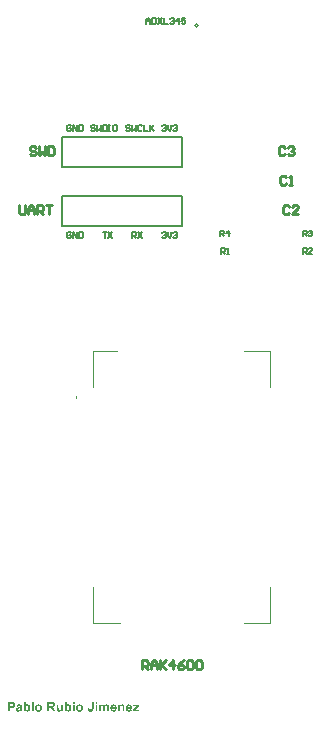
<source format=gbr>
%TF.GenerationSoftware,Altium Limited,Altium Designer,21.1.0 (24)*%
G04 Layer_Color=65535*
%FSLAX45Y45*%
%MOMM*%
%TF.SameCoordinates,49BA872B-5DCF-458F-AF9B-1BC46ABFEFE7*%
%TF.FilePolarity,Positive*%
%TF.FileFunction,Legend,Top*%
%TF.Part,Single*%
G01*
G75*
%TA.AperFunction,NonConductor*%
%ADD24C,0.25400*%
%ADD31C,0.20000*%
%ADD32C,0.10000*%
%ADD33C,0.15000*%
G36*
X1470632Y168812D02*
X1455301D01*
Y183017D01*
X1470632D01*
Y168812D01*
D02*
G37*
G36*
X1278348D02*
X1263018D01*
Y183017D01*
X1278348D01*
Y168812D01*
D02*
G37*
G36*
X1552915Y162230D02*
X1553521Y162143D01*
X1554994Y161970D01*
X1556639Y161710D01*
X1558458Y161190D01*
X1560277Y160584D01*
X1562009Y159718D01*
X1562096D01*
X1562183Y159631D01*
X1562702Y159198D01*
X1563482Y158592D01*
X1564521Y157812D01*
X1565560Y156687D01*
X1566686Y155387D01*
X1567726Y153828D01*
X1568592Y152096D01*
X1568679Y151923D01*
X1568765Y151663D01*
X1568852Y151403D01*
X1568938Y150970D01*
X1569112Y150450D01*
X1569285Y149931D01*
X1569458Y149238D01*
X1569545Y148372D01*
X1569718Y147505D01*
X1569891Y146553D01*
X1569978Y145427D01*
X1570064Y144301D01*
X1570151Y143001D01*
X1570238Y141529D01*
Y140057D01*
Y103072D01*
X1554907D01*
Y136159D01*
Y136246D01*
Y136505D01*
Y136939D01*
Y137545D01*
X1554820Y138238D01*
Y139017D01*
X1554734Y140836D01*
X1554474Y142655D01*
X1554214Y144561D01*
X1554041Y145340D01*
X1553781Y146120D01*
X1553521Y146813D01*
X1553261Y147332D01*
X1553175Y147505D01*
X1552828Y147852D01*
X1552395Y148372D01*
X1551702Y148978D01*
X1550750Y149584D01*
X1549624Y150104D01*
X1548324Y150450D01*
X1546765Y150624D01*
X1546246D01*
X1545639Y150537D01*
X1544773Y150364D01*
X1543907Y150104D01*
X1542868Y149757D01*
X1541828Y149324D01*
X1540702Y148631D01*
X1540616Y148545D01*
X1540269Y148285D01*
X1539750Y147765D01*
X1539143Y147159D01*
X1538450Y146379D01*
X1537757Y145340D01*
X1537151Y144214D01*
X1536631Y142828D01*
X1536545Y142655D01*
Y142395D01*
X1536458Y142135D01*
X1536372Y141702D01*
X1536285Y141183D01*
X1536112Y140663D01*
X1536025Y139970D01*
X1535939Y139190D01*
X1535765Y138238D01*
X1535679Y137285D01*
X1535592Y136246D01*
X1535505Y135033D01*
Y133734D01*
X1535419Y132348D01*
Y130876D01*
Y103072D01*
X1520088D01*
Y134773D01*
Y134860D01*
Y135120D01*
Y135553D01*
Y136159D01*
Y136852D01*
Y137631D01*
X1520002Y139364D01*
X1519915Y141183D01*
X1519742Y143001D01*
X1519655Y143781D01*
X1519482Y144561D01*
X1519395Y145167D01*
X1519222Y145687D01*
Y145773D01*
X1519049Y146120D01*
X1518876Y146553D01*
X1518616Y147072D01*
X1517836Y148285D01*
X1517316Y148891D01*
X1516710Y149411D01*
X1516624Y149498D01*
X1516364Y149584D01*
X1516017Y149757D01*
X1515498Y150017D01*
X1514805Y150277D01*
X1514025Y150450D01*
X1513072Y150537D01*
X1512033Y150624D01*
X1511427D01*
X1510734Y150537D01*
X1509868Y150364D01*
X1508915Y150104D01*
X1507876Y149757D01*
X1506750Y149324D01*
X1505624Y148631D01*
X1505537Y148545D01*
X1505191Y148285D01*
X1504671Y147852D01*
X1504065Y147246D01*
X1503458Y146466D01*
X1502765Y145513D01*
X1502159Y144387D01*
X1501639Y143088D01*
X1501553Y142915D01*
Y142742D01*
X1501466Y142395D01*
X1501380Y142049D01*
X1501293Y141529D01*
X1501120Y140923D01*
X1501033Y140316D01*
X1500946Y139537D01*
X1500773Y138671D01*
X1500687Y137631D01*
X1500600Y136592D01*
X1500513Y135379D01*
Y134080D01*
X1500427Y132694D01*
Y131222D01*
Y103072D01*
X1485096D01*
Y161017D01*
X1499214D01*
Y153049D01*
X1499301Y153135D01*
X1499561Y153482D01*
X1499994Y153915D01*
X1500600Y154521D01*
X1501293Y155214D01*
X1502159Y155994D01*
X1503198Y156860D01*
X1504324Y157726D01*
X1505537Y158592D01*
X1506923Y159372D01*
X1508395Y160151D01*
X1509954Y160844D01*
X1511687Y161450D01*
X1513419Y161883D01*
X1515324Y162230D01*
X1517230Y162316D01*
X1518183D01*
X1518616Y162230D01*
X1519222D01*
X1520521Y162057D01*
X1521994Y161710D01*
X1523639Y161364D01*
X1525285Y160757D01*
X1526844Y159978D01*
X1526931D01*
X1527017Y159891D01*
X1527537Y159545D01*
X1528316Y159025D01*
X1529269Y158246D01*
X1530309Y157293D01*
X1531435Y156080D01*
X1532561Y154694D01*
X1533600Y153049D01*
X1533687Y153135D01*
X1533773Y153222D01*
X1533946Y153482D01*
X1534293Y153828D01*
X1535072Y154608D01*
X1536025Y155647D01*
X1537324Y156773D01*
X1538710Y157986D01*
X1540183Y159025D01*
X1541828Y159978D01*
X1541915D01*
X1542001Y160064D01*
X1542261Y160238D01*
X1542608Y160324D01*
X1543474Y160757D01*
X1544687Y161190D01*
X1546072Y161537D01*
X1547718Y161970D01*
X1549450Y162230D01*
X1551269Y162316D01*
X1552309D01*
X1552915Y162230D01*
D02*
G37*
G36*
X1682489D02*
X1683789Y162057D01*
X1685174Y161883D01*
X1686733Y161537D01*
X1688379Y161017D01*
X1689938Y160411D01*
X1690025D01*
X1690111Y160324D01*
X1690631Y160064D01*
X1691411Y159718D01*
X1692277Y159112D01*
X1693316Y158505D01*
X1694356Y157639D01*
X1695395Y156773D01*
X1696261Y155734D01*
X1696348Y155647D01*
X1696607Y155214D01*
X1696954Y154694D01*
X1697474Y153915D01*
X1697993Y152962D01*
X1698426Y151836D01*
X1698946Y150624D01*
X1699293Y149324D01*
Y149151D01*
X1699466Y148631D01*
X1699552Y147852D01*
X1699726Y146726D01*
X1699899Y145253D01*
X1699985Y143521D01*
X1700159Y141442D01*
Y139017D01*
Y103072D01*
X1684828D01*
Y132608D01*
Y132694D01*
Y133041D01*
Y133474D01*
Y134167D01*
Y134860D01*
X1684741Y135726D01*
Y137631D01*
X1684568Y139710D01*
X1684395Y141702D01*
X1684308Y142655D01*
X1684135Y143435D01*
X1683962Y144127D01*
X1683789Y144734D01*
Y144820D01*
X1683615Y145167D01*
X1683356Y145687D01*
X1683009Y146293D01*
X1682576Y146986D01*
X1682056Y147765D01*
X1681363Y148458D01*
X1680584Y149064D01*
X1680497Y149151D01*
X1680237Y149324D01*
X1679718Y149584D01*
X1679111Y149844D01*
X1678332Y150104D01*
X1677466Y150364D01*
X1676513Y150537D01*
X1675387Y150624D01*
X1674694D01*
X1674001Y150537D01*
X1672962Y150364D01*
X1671922Y150104D01*
X1670710Y149671D01*
X1669411Y149151D01*
X1668198Y148372D01*
X1668025Y148285D01*
X1667678Y147938D01*
X1667159Y147505D01*
X1666466Y146813D01*
X1665773Y146033D01*
X1665080Y144994D01*
X1664474Y143868D01*
X1663954Y142568D01*
X1663867Y142395D01*
Y142222D01*
X1663781Y141876D01*
X1663694Y141442D01*
X1663608Y140923D01*
X1663521Y140316D01*
X1663434Y139624D01*
X1663261Y138757D01*
X1663174Y137805D01*
X1663088Y136679D01*
X1663001Y135466D01*
X1662915Y134167D01*
Y132694D01*
X1662828Y131049D01*
Y129316D01*
Y103072D01*
X1647497D01*
Y161017D01*
X1661702D01*
Y152442D01*
X1661789Y152529D01*
X1662048Y152875D01*
X1662482Y153395D01*
X1663088Y154001D01*
X1663781Y154694D01*
X1664734Y155561D01*
X1665686Y156427D01*
X1666899Y157379D01*
X1668198Y158332D01*
X1669671Y159198D01*
X1671230Y160064D01*
X1672875Y160757D01*
X1674694Y161450D01*
X1676600Y161883D01*
X1678592Y162230D01*
X1680671Y162316D01*
X1681537D01*
X1682489Y162230D01*
D02*
G37*
G36*
X1438238Y132261D02*
Y132175D01*
Y131828D01*
Y131309D01*
Y130616D01*
X1438151Y129836D01*
Y128883D01*
X1438065Y127757D01*
X1437978Y126631D01*
X1437805Y124206D01*
X1437458Y121694D01*
X1437025Y119183D01*
X1436765Y118057D01*
X1436419Y117017D01*
Y116931D01*
X1436332Y116671D01*
X1436159Y116324D01*
X1435986Y115891D01*
X1435726Y115285D01*
X1435380Y114592D01*
X1434514Y112946D01*
X1433301Y111214D01*
X1431828Y109309D01*
X1430096Y107490D01*
X1429057Y106624D01*
X1427931Y105757D01*
X1427844Y105671D01*
X1427671Y105584D01*
X1427325Y105411D01*
X1426805Y105151D01*
X1426199Y104805D01*
X1425419Y104458D01*
X1424553Y104112D01*
X1423600Y103679D01*
X1422474Y103332D01*
X1421262Y102899D01*
X1419876Y102553D01*
X1418490Y102293D01*
X1416931Y101946D01*
X1415285Y101773D01*
X1413466Y101687D01*
X1411647Y101600D01*
X1411128D01*
X1410521Y101687D01*
X1409742D01*
X1408703Y101773D01*
X1407577Y101946D01*
X1406364Y102120D01*
X1404978Y102466D01*
X1403506Y102813D01*
X1402033Y103246D01*
X1400561Y103765D01*
X1399002Y104372D01*
X1397529Y105151D01*
X1396057Y106017D01*
X1394758Y107057D01*
X1393458Y108183D01*
X1393372Y108269D01*
X1393199Y108529D01*
X1392852Y108876D01*
X1392419Y109395D01*
X1391986Y110088D01*
X1391466Y110954D01*
X1390860Y111994D01*
X1390254Y113120D01*
X1389647Y114419D01*
X1389041Y115891D01*
X1388521Y117450D01*
X1388088Y119183D01*
X1387655Y121088D01*
X1387309Y123167D01*
X1387136Y125332D01*
X1387049Y127671D01*
X1402293Y129403D01*
Y129316D01*
Y129143D01*
Y128710D01*
X1402380Y128277D01*
Y127671D01*
X1402466Y127065D01*
X1402640Y125592D01*
X1402899Y123946D01*
X1403246Y122387D01*
X1403679Y120828D01*
X1403939Y120222D01*
X1404285Y119616D01*
Y119529D01*
X1404372Y119442D01*
X1404805Y118923D01*
X1405411Y118317D01*
X1406277Y117537D01*
X1407403Y116757D01*
X1408789Y116065D01*
X1410348Y115545D01*
X1411301Y115458D01*
X1412254Y115372D01*
X1412773D01*
X1413120Y115458D01*
X1414073Y115545D01*
X1415199Y115718D01*
X1416498Y116151D01*
X1417710Y116671D01*
X1418923Y117364D01*
X1419876Y118403D01*
X1419962Y118576D01*
X1420049Y118750D01*
X1420222Y119009D01*
X1420395Y119442D01*
X1420569Y119876D01*
X1420829Y120482D01*
X1421002Y121175D01*
X1421175Y121954D01*
X1421435Y122907D01*
X1421608Y123946D01*
X1421781Y125159D01*
X1421954Y126458D01*
X1422041Y127931D01*
X1422128Y129490D01*
Y131222D01*
Y183017D01*
X1438238D01*
Y132261D01*
D02*
G37*
G36*
X1178916Y103072D02*
X1164711D01*
Y111647D01*
X1164538Y111561D01*
X1164364Y111301D01*
X1164105Y110954D01*
X1163412Y110088D01*
X1162459Y109049D01*
X1161246Y107923D01*
X1159861Y106624D01*
X1158128Y105498D01*
X1156309Y104372D01*
X1156223D01*
X1156050Y104285D01*
X1155790Y104112D01*
X1155443Y103939D01*
X1154924Y103765D01*
X1154404Y103592D01*
X1153018Y103072D01*
X1151459Y102639D01*
X1149553Y102206D01*
X1147561Y101860D01*
X1145483Y101773D01*
X1144530D01*
X1144010Y101860D01*
X1143404Y101946D01*
X1142018Y102120D01*
X1140372Y102380D01*
X1138640Y102813D01*
X1136821Y103419D01*
X1135002Y104285D01*
X1134916D01*
X1134829Y104372D01*
X1134569Y104545D01*
X1134223Y104805D01*
X1133443Y105324D01*
X1132490Y106191D01*
X1131365Y107143D01*
X1130239Y108443D01*
X1129199Y109828D01*
X1128333Y111474D01*
Y111561D01*
X1128246Y111734D01*
X1128160Y111994D01*
X1127987Y112340D01*
X1127900Y112773D01*
X1127727Y113380D01*
X1127553Y114072D01*
X1127380Y114852D01*
X1127120Y115718D01*
X1126947Y116671D01*
X1126774Y117710D01*
X1126687Y118836D01*
X1126514Y120049D01*
X1126428Y121435D01*
X1126341Y124293D01*
Y161017D01*
X1141672D01*
Y134340D01*
Y134167D01*
Y133820D01*
Y133214D01*
Y132435D01*
Y131395D01*
X1141758Y130356D01*
Y129143D01*
Y127931D01*
X1141845Y125332D01*
X1141931Y124033D01*
X1142018Y122907D01*
X1142105Y121781D01*
X1142191Y120828D01*
X1142278Y119962D01*
X1142451Y119356D01*
X1142538Y119269D01*
X1142624Y118923D01*
X1142884Y118403D01*
X1143144Y117797D01*
X1143577Y117104D01*
X1144097Y116411D01*
X1144703Y115718D01*
X1145483Y115025D01*
X1145569Y114939D01*
X1145916Y114765D01*
X1146349Y114505D01*
X1147042Y114246D01*
X1147908Y113986D01*
X1148861Y113726D01*
X1149987Y113553D01*
X1151199Y113466D01*
X1151892D01*
X1152585Y113553D01*
X1153538Y113726D01*
X1154577Y113986D01*
X1155790Y114332D01*
X1157002Y114852D01*
X1158128Y115545D01*
X1158301Y115631D01*
X1158648Y115978D01*
X1159168Y116411D01*
X1159861Y117017D01*
X1160553Y117797D01*
X1161246Y118750D01*
X1161853Y119789D01*
X1162372Y120915D01*
X1162459Y121088D01*
Y121261D01*
X1162546Y121608D01*
X1162632Y122041D01*
X1162719Y122561D01*
X1162892Y123253D01*
X1162979Y124033D01*
X1163065Y124986D01*
X1163238Y126112D01*
X1163325Y127411D01*
X1163412Y128883D01*
X1163498Y130442D01*
Y132261D01*
X1163585Y134253D01*
Y136505D01*
Y161017D01*
X1178916D01*
Y103072D01*
D02*
G37*
G36*
X1821678Y150190D02*
X1799505Y124553D01*
X1791796Y116151D01*
X1792403D01*
X1792836Y116238D01*
X1793875D01*
X1795174Y116324D01*
X1796473Y116411D01*
X1797773D01*
X1798899Y116498D01*
X1823410D01*
Y103072D01*
X1771702D01*
Y115025D01*
X1793355Y139883D01*
X1793442Y139970D01*
X1793615Y140143D01*
X1793875Y140490D01*
X1794221Y140923D01*
X1794655Y141356D01*
X1795174Y141962D01*
X1796387Y143261D01*
X1797686Y144734D01*
X1798985Y146206D01*
X1800198Y147505D01*
X1801324Y148631D01*
X1800804D01*
X1800284Y148545D01*
X1799418D01*
X1798379Y148458D01*
X1797166D01*
X1795781Y148372D01*
X1794221D01*
X1773867Y148285D01*
Y161017D01*
X1821678D01*
Y150190D01*
D02*
G37*
G36*
X1470632Y103072D02*
X1455301D01*
Y161017D01*
X1470632D01*
Y103072D01*
D02*
G37*
G36*
X1278348D02*
X1263018D01*
Y161017D01*
X1278348D01*
Y103072D01*
D02*
G37*
G36*
X1083207Y182931D02*
X1084420D01*
X1085806Y182844D01*
X1087191Y182757D01*
X1090309Y182497D01*
X1093341Y182064D01*
X1094813Y181891D01*
X1096286Y181545D01*
X1097585Y181198D01*
X1098711Y180852D01*
X1098798D01*
X1098971Y180765D01*
X1099231Y180592D01*
X1099664Y180419D01*
X1100183Y180159D01*
X1100703Y179899D01*
X1102089Y179120D01*
X1103561Y177994D01*
X1105034Y176694D01*
X1106593Y175049D01*
X1107979Y173143D01*
Y173057D01*
X1108152Y172883D01*
X1108325Y172623D01*
X1108498Y172190D01*
X1108845Y171671D01*
X1109105Y171064D01*
X1109451Y170285D01*
X1109798Y169505D01*
X1110404Y167686D01*
X1111010Y165521D01*
X1111357Y163183D01*
X1111530Y160584D01*
Y160498D01*
Y160151D01*
Y159718D01*
X1111443Y159112D01*
X1111357Y158332D01*
X1111270Y157466D01*
X1111097Y156427D01*
X1110837Y155387D01*
X1110231Y152962D01*
X1109798Y151750D01*
X1109278Y150537D01*
X1108672Y149238D01*
X1107979Y148025D01*
X1107199Y146813D01*
X1106246Y145687D01*
X1106160Y145600D01*
X1105987Y145427D01*
X1105727Y145167D01*
X1105294Y144734D01*
X1104687Y144301D01*
X1103994Y143781D01*
X1103215Y143175D01*
X1102262Y142568D01*
X1101223Y141876D01*
X1100097Y141269D01*
X1098798Y140663D01*
X1097325Y140057D01*
X1095766Y139537D01*
X1094120Y139017D01*
X1092302Y138584D01*
X1090396Y138238D01*
X1090483D01*
X1090656Y138064D01*
X1090916Y137978D01*
X1091262Y137718D01*
X1092215Y137112D01*
X1093428Y136246D01*
X1094813Y135293D01*
X1096286Y134167D01*
X1097758Y132868D01*
X1099057Y131568D01*
X1099231Y131395D01*
X1099404Y131135D01*
X1099664Y130876D01*
X1100010Y130442D01*
X1100443Y129923D01*
X1100963Y129316D01*
X1101483Y128624D01*
X1102089Y127757D01*
X1102782Y126805D01*
X1103561Y125765D01*
X1104341Y124553D01*
X1105207Y123253D01*
X1106160Y121781D01*
X1107199Y120309D01*
X1108239Y118576D01*
X1118026Y103072D01*
X1098711D01*
X1087018Y120482D01*
X1086932Y120568D01*
X1086758Y120915D01*
X1086412Y121348D01*
X1085979Y121954D01*
X1085546Y122734D01*
X1084939Y123513D01*
X1083640Y125419D01*
X1082168Y127411D01*
X1080782Y129316D01*
X1080089Y130183D01*
X1079483Y130962D01*
X1078963Y131655D01*
X1078443Y132175D01*
X1078357Y132261D01*
X1078097Y132608D01*
X1077577Y132954D01*
X1076971Y133474D01*
X1076278Y134080D01*
X1075412Y134600D01*
X1074546Y135120D01*
X1073593Y135466D01*
X1073506Y135553D01*
X1073073Y135639D01*
X1072467Y135813D01*
X1071601Y135986D01*
X1070475Y136159D01*
X1069089Y136246D01*
X1067443Y136419D01*
X1062247D01*
Y103072D01*
X1046136D01*
Y183017D01*
X1082168D01*
X1083207Y182931D01*
D02*
G37*
G36*
X931200Y103072D02*
X915869D01*
Y183017D01*
X931200D01*
Y103072D01*
D02*
G37*
G36*
X810719Y162230D02*
X811759D01*
X812798Y162143D01*
X814011Y161970D01*
X816523Y161710D01*
X819034Y161277D01*
X821460Y160671D01*
X822499Y160238D01*
X823538Y159805D01*
X823625D01*
X823798Y159718D01*
X824058Y159545D01*
X824318Y159372D01*
X825271Y158852D01*
X826310Y158159D01*
X827523Y157206D01*
X828649Y156167D01*
X829775Y154954D01*
X830641Y153655D01*
X830727Y153482D01*
X830814Y153222D01*
X830987Y152962D01*
X831160Y152529D01*
X831334Y151923D01*
X831507Y151316D01*
X831680Y150537D01*
X831853Y149671D01*
X832027Y148718D01*
X832200Y147592D01*
X832373Y146293D01*
X832546Y144907D01*
X832633Y143435D01*
X832719Y141789D01*
Y139970D01*
X832460Y122041D01*
Y121954D01*
Y121694D01*
Y121348D01*
Y120828D01*
Y120135D01*
Y119442D01*
X832546Y117797D01*
X832633Y115978D01*
X832719Y114072D01*
X832893Y112340D01*
X833066Y111474D01*
X833153Y110781D01*
Y110608D01*
X833326Y110175D01*
X833499Y109395D01*
X833759Y108443D01*
X834105Y107317D01*
X834625Y106017D01*
X835231Y104545D01*
X835924Y103072D01*
X820767D01*
Y103159D01*
X820680Y103332D01*
X820507Y103679D01*
X820334Y104198D01*
X820160Y104805D01*
X819814Y105584D01*
X819554Y106537D01*
X819208Y107576D01*
Y107663D01*
X819121Y107836D01*
X819034Y108356D01*
X818861Y108962D01*
X818775Y109222D01*
X818688Y109395D01*
X818515Y109222D01*
X817995Y108789D01*
X817216Y108096D01*
X816176Y107230D01*
X814964Y106364D01*
X813491Y105411D01*
X811932Y104458D01*
X810286Y103679D01*
X810200D01*
X810113Y103592D01*
X809853Y103506D01*
X809507Y103419D01*
X808641Y103072D01*
X807428Y102726D01*
X806042Y102380D01*
X804397Y102033D01*
X802664Y101860D01*
X800759Y101773D01*
X799893D01*
X799286Y101860D01*
X798507Y101946D01*
X797641Y102033D01*
X796688Y102206D01*
X795649Y102380D01*
X793397Y102899D01*
X791058Y103765D01*
X789846Y104372D01*
X788720Y104978D01*
X787680Y105671D01*
X786641Y106537D01*
X786554Y106624D01*
X786381Y106797D01*
X786208Y107057D01*
X785861Y107403D01*
X785428Y107923D01*
X784995Y108443D01*
X784562Y109135D01*
X784129Y109915D01*
X783609Y110781D01*
X783176Y111647D01*
X782310Y113813D01*
X781964Y114939D01*
X781790Y116151D01*
X781617Y117450D01*
X781531Y118836D01*
Y118923D01*
Y119096D01*
Y119356D01*
Y119702D01*
X781617Y120568D01*
X781790Y121781D01*
X782137Y123167D01*
X782483Y124639D01*
X783090Y126112D01*
X783869Y127584D01*
Y127671D01*
X783956Y127757D01*
X784302Y128190D01*
X784822Y128883D01*
X785601Y129750D01*
X786468Y130702D01*
X787594Y131655D01*
X788893Y132608D01*
X790365Y133387D01*
X790452D01*
X790538Y133474D01*
X790798Y133561D01*
X791145Y133734D01*
X791578Y133907D01*
X792097Y134167D01*
X792790Y134340D01*
X793483Y134600D01*
X794263Y134860D01*
X795216Y135206D01*
X796255Y135466D01*
X797294Y135813D01*
X798507Y136072D01*
X799806Y136419D01*
X801105Y136765D01*
X802578Y137025D01*
X802664D01*
X803011Y137112D01*
X803617Y137198D01*
X804310Y137372D01*
X805176Y137545D01*
X806216Y137718D01*
X807342Y137978D01*
X808554Y138238D01*
X810979Y138844D01*
X813491Y139450D01*
X814617Y139797D01*
X815743Y140143D01*
X816696Y140490D01*
X817562Y140836D01*
Y142309D01*
Y142395D01*
Y142482D01*
Y143088D01*
X817475Y143868D01*
X817302Y144820D01*
X817042Y145860D01*
X816609Y146899D01*
X816090Y147938D01*
X815310Y148718D01*
X815223Y148805D01*
X814877Y148978D01*
X814271Y149324D01*
X813491Y149671D01*
X812365Y150017D01*
X810893Y150364D01*
X810027Y150450D01*
X809160Y150537D01*
X808121Y150624D01*
X806302D01*
X805523Y150537D01*
X804657Y150450D01*
X803617Y150190D01*
X802491Y149931D01*
X801452Y149498D01*
X800499Y148978D01*
X800412Y148891D01*
X800153Y148631D01*
X799720Y148285D01*
X799200Y147679D01*
X798594Y146899D01*
X797987Y145860D01*
X797381Y144647D01*
X796861Y143261D01*
X783090Y145773D01*
Y145860D01*
X783176Y146120D01*
X783349Y146553D01*
X783523Y147159D01*
X783783Y147852D01*
X784129Y148631D01*
X784995Y150450D01*
X786121Y152529D01*
X787507Y154608D01*
X789153Y156513D01*
X790105Y157466D01*
X791145Y158246D01*
X791231Y158332D01*
X791405Y158419D01*
X791751Y158592D01*
X792184Y158852D01*
X792790Y159198D01*
X793570Y159545D01*
X794436Y159891D01*
X795389Y160324D01*
X796601Y160671D01*
X797814Y161017D01*
X799200Y161364D01*
X800759Y161710D01*
X802405Y161970D01*
X804223Y162143D01*
X806129Y162316D01*
X809940D01*
X810719Y162230D01*
D02*
G37*
G36*
X742035Y182931D02*
X743420D01*
X744979Y182844D01*
X748271Y182757D01*
X749830Y182584D01*
X751389Y182497D01*
X752861Y182411D01*
X754161Y182238D01*
X755287Y181978D01*
X756239Y181805D01*
X756326D01*
X756586Y181718D01*
X756932Y181631D01*
X757365Y181458D01*
X757972Y181198D01*
X758664Y180938D01*
X760224Y180159D01*
X762042Y179120D01*
X763948Y177734D01*
X764987Y176868D01*
X765940Y176001D01*
X766893Y175049D01*
X767759Y173923D01*
X767846Y173836D01*
X767932Y173663D01*
X768192Y173316D01*
X768452Y172883D01*
X768885Y172277D01*
X769231Y171497D01*
X769664Y170718D01*
X770098Y169765D01*
X770531Y168639D01*
X770964Y167513D01*
X771397Y166214D01*
X771743Y164828D01*
X772003Y163356D01*
X772263Y161797D01*
X772349Y160064D01*
X772436Y158332D01*
Y158246D01*
Y157986D01*
Y157639D01*
Y157120D01*
X772349Y156513D01*
X772263Y155734D01*
X772176Y154954D01*
X772090Y154001D01*
X771743Y152096D01*
X771310Y150017D01*
X770617Y147938D01*
X769751Y145946D01*
Y145860D01*
X769664Y145773D01*
X769491Y145513D01*
X769231Y145167D01*
X768712Y144214D01*
X767932Y143088D01*
X766893Y141876D01*
X765767Y140576D01*
X764381Y139277D01*
X762909Y138064D01*
X762822D01*
X762735Y137978D01*
X762216Y137631D01*
X761436Y137112D01*
X760310Y136505D01*
X759098Y135899D01*
X757712Y135293D01*
X756153Y134773D01*
X754594Y134340D01*
X754507D01*
X754334Y134253D01*
X753987D01*
X753554Y134167D01*
X752948Y134080D01*
X752168Y133994D01*
X751302Y133907D01*
X750350Y133820D01*
X749224Y133647D01*
X747924Y133561D01*
X746539Y133474D01*
X745066Y133387D01*
X743420Y133301D01*
X741688D01*
X739783Y133214D01*
X727310D01*
Y103072D01*
X711200D01*
Y183017D01*
X740649D01*
X742035Y182931D01*
D02*
G37*
G36*
X1739048Y162230D02*
X1740001Y162143D01*
X1741040Y162057D01*
X1742340Y161883D01*
X1743725Y161624D01*
X1745198Y161277D01*
X1746844Y160757D01*
X1748489Y160238D01*
X1750135Y159545D01*
X1751867Y158679D01*
X1753513Y157726D01*
X1755159Y156600D01*
X1756718Y155214D01*
X1758190Y153742D01*
X1758277Y153655D01*
X1758536Y153309D01*
X1758883Y152875D01*
X1759316Y152183D01*
X1759922Y151230D01*
X1760529Y150104D01*
X1761222Y148805D01*
X1761914Y147332D01*
X1762607Y145600D01*
X1763214Y143608D01*
X1763820Y141529D01*
X1764340Y139190D01*
X1764773Y136592D01*
X1765119Y133820D01*
X1765379Y130876D01*
Y127671D01*
X1727009D01*
Y127584D01*
Y127411D01*
Y126978D01*
X1727096Y126545D01*
X1727182Y125939D01*
X1727269Y125246D01*
X1727529Y123773D01*
X1727962Y122041D01*
X1728568Y120222D01*
X1729434Y118490D01*
X1730647Y116931D01*
X1730733D01*
X1730820Y116757D01*
X1731253Y116324D01*
X1732033Y115718D01*
X1733072Y115112D01*
X1734371Y114419D01*
X1735930Y113813D01*
X1737663Y113380D01*
X1738615Y113293D01*
X1739568Y113206D01*
X1740174D01*
X1740781Y113293D01*
X1741647Y113466D01*
X1742600Y113639D01*
X1743552Y113986D01*
X1744592Y114505D01*
X1745544Y115112D01*
X1745631Y115198D01*
X1745977Y115458D01*
X1746411Y115978D01*
X1746930Y116671D01*
X1747623Y117537D01*
X1748229Y118663D01*
X1748836Y119962D01*
X1749355Y121521D01*
X1764599Y118923D01*
Y118836D01*
X1764426Y118576D01*
X1764253Y118143D01*
X1764080Y117537D01*
X1763733Y116844D01*
X1763300Y116065D01*
X1762867Y115112D01*
X1762348Y114159D01*
X1761048Y112080D01*
X1759403Y110002D01*
X1757497Y107923D01*
X1756371Y106970D01*
X1755245Y106104D01*
X1755159Y106017D01*
X1754985Y105931D01*
X1754639Y105671D01*
X1754119Y105411D01*
X1753513Y105065D01*
X1752733Y104718D01*
X1751867Y104372D01*
X1750914Y103939D01*
X1749788Y103506D01*
X1748576Y103159D01*
X1747277Y102813D01*
X1745891Y102466D01*
X1744418Y102206D01*
X1742773Y101946D01*
X1741127Y101860D01*
X1739395Y101773D01*
X1738702D01*
X1737922Y101860D01*
X1736883Y101946D01*
X1735670Y102033D01*
X1734198Y102293D01*
X1732639Y102553D01*
X1730907Y102986D01*
X1729088Y103506D01*
X1727269Y104198D01*
X1725450Y104978D01*
X1723544Y105931D01*
X1721812Y107057D01*
X1720080Y108356D01*
X1718521Y109828D01*
X1717048Y111561D01*
X1716962Y111647D01*
X1716789Y111907D01*
X1716529Y112340D01*
X1716182Y113033D01*
X1715749Y113813D01*
X1715229Y114679D01*
X1714710Y115805D01*
X1714190Y117017D01*
X1713670Y118403D01*
X1713151Y119962D01*
X1712631Y121608D01*
X1712198Y123340D01*
X1711852Y125246D01*
X1711592Y127238D01*
X1711418Y129403D01*
X1711332Y131568D01*
Y131742D01*
Y132175D01*
X1711418Y132954D01*
Y133907D01*
X1711592Y135120D01*
X1711765Y136592D01*
X1711938Y138064D01*
X1712285Y139797D01*
X1712631Y141529D01*
X1713151Y143348D01*
X1713757Y145253D01*
X1714450Y147159D01*
X1715316Y148978D01*
X1716355Y150797D01*
X1717481Y152529D01*
X1718781Y154088D01*
X1718867Y154175D01*
X1719127Y154435D01*
X1719560Y154868D01*
X1720166Y155387D01*
X1720859Y155994D01*
X1721812Y156687D01*
X1722852Y157466D01*
X1723978Y158246D01*
X1725277Y158938D01*
X1726749Y159718D01*
X1728308Y160411D01*
X1730040Y161017D01*
X1731773Y161537D01*
X1733678Y161970D01*
X1735757Y162230D01*
X1737836Y162316D01*
X1738442D01*
X1739048Y162230D01*
D02*
G37*
G36*
X1608781D02*
X1609734Y162143D01*
X1610773Y162057D01*
X1612072Y161883D01*
X1613458Y161624D01*
X1614930Y161277D01*
X1616576Y160757D01*
X1618222Y160238D01*
X1619867Y159545D01*
X1621600Y158679D01*
X1623245Y157726D01*
X1624891Y156600D01*
X1626450Y155214D01*
X1627923Y153742D01*
X1628009Y153655D01*
X1628269Y153309D01*
X1628615Y152875D01*
X1629049Y152183D01*
X1629655Y151230D01*
X1630261Y150104D01*
X1630954Y148805D01*
X1631647Y147332D01*
X1632340Y145600D01*
X1632946Y143608D01*
X1633552Y141529D01*
X1634072Y139190D01*
X1634505Y136592D01*
X1634852Y133820D01*
X1635112Y130876D01*
Y127671D01*
X1596742D01*
Y127584D01*
Y127411D01*
Y126978D01*
X1596828Y126545D01*
X1596915Y125939D01*
X1597001Y125246D01*
X1597261Y123773D01*
X1597694Y122041D01*
X1598301Y120222D01*
X1599167Y118490D01*
X1600379Y116931D01*
X1600466D01*
X1600553Y116757D01*
X1600986Y116324D01*
X1601765Y115718D01*
X1602805Y115112D01*
X1604104Y114419D01*
X1605663Y113813D01*
X1607395Y113380D01*
X1608348Y113293D01*
X1609301Y113206D01*
X1609907D01*
X1610513Y113293D01*
X1611379Y113466D01*
X1612332Y113639D01*
X1613285Y113986D01*
X1614324Y114505D01*
X1615277Y115112D01*
X1615364Y115198D01*
X1615710Y115458D01*
X1616143Y115978D01*
X1616663Y116671D01*
X1617356Y117537D01*
X1617962Y118663D01*
X1618568Y119962D01*
X1619088Y121521D01*
X1634332Y118923D01*
Y118836D01*
X1634159Y118576D01*
X1633986Y118143D01*
X1633812Y117537D01*
X1633466Y116844D01*
X1633033Y116065D01*
X1632600Y115112D01*
X1632080Y114159D01*
X1630781Y112080D01*
X1629135Y110002D01*
X1627230Y107923D01*
X1626104Y106970D01*
X1624978Y106104D01*
X1624891Y106017D01*
X1624718Y105931D01*
X1624371Y105671D01*
X1623852Y105411D01*
X1623245Y105065D01*
X1622466Y104718D01*
X1621600Y104372D01*
X1620647Y103939D01*
X1619521Y103506D01*
X1618308Y103159D01*
X1617009Y102813D01*
X1615623Y102466D01*
X1614151Y102206D01*
X1612505Y101946D01*
X1610860Y101860D01*
X1609127Y101773D01*
X1608434D01*
X1607655Y101860D01*
X1606616Y101946D01*
X1605403Y102033D01*
X1603930Y102293D01*
X1602371Y102553D01*
X1600639Y102986D01*
X1598820Y103506D01*
X1597001Y104198D01*
X1595182Y104978D01*
X1593277Y105931D01*
X1591545Y107057D01*
X1589812Y108356D01*
X1588253Y109828D01*
X1586781Y111561D01*
X1586694Y111647D01*
X1586521Y111907D01*
X1586261Y112340D01*
X1585915Y113033D01*
X1585482Y113813D01*
X1584962Y114679D01*
X1584442Y115805D01*
X1583923Y117017D01*
X1583403Y118403D01*
X1582883Y119962D01*
X1582364Y121608D01*
X1581931Y123340D01*
X1581584Y125246D01*
X1581324Y127238D01*
X1581151Y129403D01*
X1581064Y131568D01*
Y131742D01*
Y132175D01*
X1581151Y132954D01*
Y133907D01*
X1581324Y135120D01*
X1581497Y136592D01*
X1581671Y138064D01*
X1582017Y139797D01*
X1582364Y141529D01*
X1582883Y143348D01*
X1583490Y145253D01*
X1584183Y147159D01*
X1585049Y148978D01*
X1586088Y150797D01*
X1587214Y152529D01*
X1588513Y154088D01*
X1588600Y154175D01*
X1588860Y154435D01*
X1589293Y154868D01*
X1589899Y155387D01*
X1590592Y155994D01*
X1591545Y156687D01*
X1592584Y157466D01*
X1593710Y158246D01*
X1595009Y158938D01*
X1596482Y159718D01*
X1598041Y160411D01*
X1599773Y161017D01*
X1601505Y161537D01*
X1603411Y161970D01*
X1605490Y162230D01*
X1607568Y162316D01*
X1608175D01*
X1608781Y162230D01*
D02*
G37*
G36*
X1321482D02*
X1322348Y162143D01*
X1323474Y162057D01*
X1324774Y161883D01*
X1326246Y161624D01*
X1327805Y161277D01*
X1329451Y160757D01*
X1331183Y160238D01*
X1333002Y159545D01*
X1334734Y158679D01*
X1336553Y157726D01*
X1338372Y156600D01*
X1340018Y155214D01*
X1341663Y153742D01*
X1341750Y153655D01*
X1342010Y153309D01*
X1342443Y152875D01*
X1342963Y152183D01*
X1343655Y151316D01*
X1344348Y150364D01*
X1345041Y149151D01*
X1345907Y147852D01*
X1346687Y146379D01*
X1347380Y144734D01*
X1348159Y142915D01*
X1348766Y141009D01*
X1349285Y139017D01*
X1349718Y136852D01*
X1349978Y134600D01*
X1350065Y132175D01*
Y132002D01*
Y131568D01*
X1349978Y130876D01*
Y130009D01*
X1349805Y128883D01*
X1349632Y127584D01*
X1349372Y126112D01*
X1349025Y124553D01*
X1348592Y122820D01*
X1347986Y121088D01*
X1347293Y119269D01*
X1346514Y117450D01*
X1345474Y115545D01*
X1344348Y113813D01*
X1343049Y111994D01*
X1341577Y110348D01*
X1341490Y110261D01*
X1341230Y110002D01*
X1340711Y109568D01*
X1340018Y109049D01*
X1339238Y108356D01*
X1338199Y107663D01*
X1337073Y106883D01*
X1335774Y106104D01*
X1334301Y105238D01*
X1332655Y104458D01*
X1330923Y103765D01*
X1329018Y103159D01*
X1327026Y102553D01*
X1324860Y102120D01*
X1322608Y101860D01*
X1320270Y101773D01*
X1319490D01*
X1318884Y101860D01*
X1318191D01*
X1317411Y101946D01*
X1316459Y102033D01*
X1315419Y102206D01*
X1313081Y102639D01*
X1310482Y103246D01*
X1307797Y104112D01*
X1305112Y105324D01*
X1305026Y105411D01*
X1304766Y105498D01*
X1304419Y105671D01*
X1303900Y106017D01*
X1303293Y106364D01*
X1302687Y106883D01*
X1301041Y108009D01*
X1299309Y109482D01*
X1297490Y111301D01*
X1295758Y113466D01*
X1294199Y115891D01*
Y115978D01*
X1294026Y116238D01*
X1293852Y116584D01*
X1293593Y117104D01*
X1293333Y117797D01*
X1292986Y118576D01*
X1292726Y119529D01*
X1292380Y120568D01*
X1292033Y121781D01*
X1291687Y123080D01*
X1291341Y124466D01*
X1291081Y125939D01*
X1290821Y127498D01*
X1290648Y129230D01*
X1290561Y130962D01*
X1290474Y132781D01*
Y132868D01*
Y133127D01*
Y133561D01*
X1290561Y134080D01*
Y134773D01*
X1290648Y135639D01*
X1290821Y136505D01*
X1290908Y137545D01*
X1291427Y139797D01*
X1292033Y142309D01*
X1292986Y144907D01*
X1293506Y146293D01*
X1294199Y147592D01*
X1294285Y147679D01*
X1294372Y147938D01*
X1294632Y148285D01*
X1294892Y148805D01*
X1295238Y149411D01*
X1295758Y150104D01*
X1296884Y151663D01*
X1298443Y153395D01*
X1300262Y155214D01*
X1302341Y156946D01*
X1304766Y158505D01*
X1304852Y158592D01*
X1305112Y158679D01*
X1305459Y158852D01*
X1305978Y159112D01*
X1306671Y159372D01*
X1307451Y159718D01*
X1308317Y160064D01*
X1309270Y160411D01*
X1310396Y160757D01*
X1311608Y161104D01*
X1314207Y161710D01*
X1317065Y162143D01*
X1318624Y162316D01*
X1320789D01*
X1321482Y162230D01*
D02*
G37*
G36*
X1209490Y154175D02*
X1209577Y154261D01*
X1209837Y154521D01*
X1210183Y154954D01*
X1210703Y155474D01*
X1211396Y156080D01*
X1212262Y156773D01*
X1213128Y157466D01*
X1214254Y158246D01*
X1215380Y159025D01*
X1216679Y159718D01*
X1218065Y160411D01*
X1219538Y161017D01*
X1221097Y161537D01*
X1222742Y161970D01*
X1224388Y162230D01*
X1226207Y162316D01*
X1226640D01*
X1227246Y162230D01*
X1227939D01*
X1228892Y162057D01*
X1229931Y161883D01*
X1231057Y161710D01*
X1232356Y161364D01*
X1233742Y160931D01*
X1235128Y160411D01*
X1236601Y159805D01*
X1238073Y159025D01*
X1239545Y158159D01*
X1240931Y157120D01*
X1242404Y155994D01*
X1243703Y154608D01*
X1243789Y154521D01*
X1243963Y154261D01*
X1244309Y153828D01*
X1244829Y153222D01*
X1245349Y152442D01*
X1245868Y151403D01*
X1246561Y150277D01*
X1247167Y148978D01*
X1247774Y147505D01*
X1248467Y145860D01*
X1248986Y144041D01*
X1249593Y142135D01*
X1250026Y139970D01*
X1250372Y137718D01*
X1250545Y135206D01*
X1250632Y132608D01*
Y132435D01*
Y132002D01*
X1250545Y131222D01*
Y130183D01*
X1250459Y128970D01*
X1250286Y127498D01*
X1250026Y125939D01*
X1249766Y124206D01*
X1249333Y122387D01*
X1248900Y120482D01*
X1248293Y118576D01*
X1247601Y116757D01*
X1246821Y114852D01*
X1245868Y113033D01*
X1244742Y111301D01*
X1243530Y109742D01*
X1243443Y109655D01*
X1243183Y109395D01*
X1242837Y109049D01*
X1242317Y108529D01*
X1241624Y107923D01*
X1240758Y107230D01*
X1239805Y106537D01*
X1238766Y105757D01*
X1237553Y104978D01*
X1236254Y104285D01*
X1234868Y103592D01*
X1233309Y102986D01*
X1231750Y102553D01*
X1230018Y102120D01*
X1228286Y101860D01*
X1226380Y101773D01*
X1225514D01*
X1224561Y101946D01*
X1223349Y102120D01*
X1221790Y102380D01*
X1220144Y102813D01*
X1218412Y103419D01*
X1216593Y104198D01*
X1216506D01*
X1216419Y104285D01*
X1216160Y104458D01*
X1215813Y104631D01*
X1214947Y105238D01*
X1213821Y106104D01*
X1212522Y107143D01*
X1211136Y108356D01*
X1209750Y109828D01*
X1208364Y111561D01*
Y103072D01*
X1194160D01*
Y183017D01*
X1209490D01*
Y154175D01*
D02*
G37*
G36*
X974333Y162230D02*
X975199Y162143D01*
X976325Y162057D01*
X977625Y161883D01*
X979097Y161624D01*
X980656Y161277D01*
X982302Y160757D01*
X984034Y160238D01*
X985853Y159545D01*
X987585Y158679D01*
X989404Y157726D01*
X991223Y156600D01*
X992869Y155214D01*
X994514Y153742D01*
X994601Y153655D01*
X994861Y153309D01*
X995294Y152875D01*
X995814Y152183D01*
X996507Y151316D01*
X997199Y150364D01*
X997892Y149151D01*
X998758Y147852D01*
X999538Y146379D01*
X1000231Y144734D01*
X1001010Y142915D01*
X1001617Y141009D01*
X1002136Y139017D01*
X1002569Y136852D01*
X1002829Y134600D01*
X1002916Y132175D01*
Y132002D01*
Y131568D01*
X1002829Y130876D01*
Y130009D01*
X1002656Y128883D01*
X1002483Y127584D01*
X1002223Y126112D01*
X1001877Y124553D01*
X1001444Y122820D01*
X1000837Y121088D01*
X1000144Y119269D01*
X999365Y117450D01*
X998325Y115545D01*
X997199Y113813D01*
X995900Y111994D01*
X994428Y110348D01*
X994341Y110261D01*
X994081Y110002D01*
X993562Y109568D01*
X992869Y109049D01*
X992089Y108356D01*
X991050Y107663D01*
X989924Y106883D01*
X988625Y106104D01*
X987152Y105238D01*
X985507Y104458D01*
X983774Y103765D01*
X981869Y103159D01*
X979877Y102553D01*
X977711Y102120D01*
X975459Y101860D01*
X973121Y101773D01*
X972341D01*
X971735Y101860D01*
X971042D01*
X970262Y101946D01*
X969310Y102033D01*
X968270Y102206D01*
X965932Y102639D01*
X963333Y103246D01*
X960648Y104112D01*
X957963Y105324D01*
X957877Y105411D01*
X957617Y105498D01*
X957270Y105671D01*
X956751Y106017D01*
X956144Y106364D01*
X955538Y106883D01*
X953892Y108009D01*
X952160Y109482D01*
X950341Y111301D01*
X948609Y113466D01*
X947050Y115891D01*
Y115978D01*
X946877Y116238D01*
X946703Y116584D01*
X946444Y117104D01*
X946184Y117797D01*
X945837Y118576D01*
X945577Y119529D01*
X945231Y120568D01*
X944885Y121781D01*
X944538Y123080D01*
X944192Y124466D01*
X943932Y125939D01*
X943672Y127498D01*
X943499Y129230D01*
X943412Y130962D01*
X943326Y132781D01*
Y132868D01*
Y133127D01*
Y133561D01*
X943412Y134080D01*
Y134773D01*
X943499Y135639D01*
X943672Y136505D01*
X943759Y137545D01*
X944278Y139797D01*
X944885Y142309D01*
X945837Y144907D01*
X946357Y146293D01*
X947050Y147592D01*
X947137Y147679D01*
X947223Y147938D01*
X947483Y148285D01*
X947743Y148805D01*
X948089Y149411D01*
X948609Y150104D01*
X949735Y151663D01*
X951294Y153395D01*
X953113Y155214D01*
X955192Y156946D01*
X957617Y158505D01*
X957703Y158592D01*
X957963Y158679D01*
X958310Y158852D01*
X958829Y159112D01*
X959522Y159372D01*
X960302Y159718D01*
X961168Y160064D01*
X962121Y160411D01*
X963247Y160757D01*
X964459Y161104D01*
X967058Y161710D01*
X969916Y162143D01*
X971475Y162316D01*
X973640D01*
X974333Y162230D01*
D02*
G37*
G36*
X862341Y154175D02*
X862428Y154261D01*
X862688Y154521D01*
X863034Y154954D01*
X863554Y155474D01*
X864247Y156080D01*
X865113Y156773D01*
X865979Y157466D01*
X867105Y158246D01*
X868231Y159025D01*
X869530Y159718D01*
X870916Y160411D01*
X872389Y161017D01*
X873948Y161537D01*
X875593Y161970D01*
X877239Y162230D01*
X879058Y162316D01*
X879491D01*
X880097Y162230D01*
X880790D01*
X881743Y162057D01*
X882782Y161883D01*
X883908Y161710D01*
X885208Y161364D01*
X886593Y160931D01*
X887979Y160411D01*
X889452Y159805D01*
X890924Y159025D01*
X892396Y158159D01*
X893782Y157120D01*
X895255Y155994D01*
X896554Y154608D01*
X896641Y154521D01*
X896814Y154261D01*
X897160Y153828D01*
X897680Y153222D01*
X898200Y152442D01*
X898719Y151403D01*
X899412Y150277D01*
X900019Y148978D01*
X900625Y147505D01*
X901318Y145860D01*
X901837Y144041D01*
X902444Y142135D01*
X902877Y139970D01*
X903223Y137718D01*
X903396Y135206D01*
X903483Y132608D01*
Y132435D01*
Y132002D01*
X903396Y131222D01*
Y130183D01*
X903310Y128970D01*
X903137Y127498D01*
X902877Y125939D01*
X902617Y124206D01*
X902184Y122387D01*
X901751Y120482D01*
X901145Y118576D01*
X900452Y116757D01*
X899672Y114852D01*
X898719Y113033D01*
X897593Y111301D01*
X896381Y109742D01*
X896294Y109655D01*
X896034Y109395D01*
X895688Y109049D01*
X895168Y108529D01*
X894475Y107923D01*
X893609Y107230D01*
X892656Y106537D01*
X891617Y105757D01*
X890404Y104978D01*
X889105Y104285D01*
X887719Y103592D01*
X886160Y102986D01*
X884601Y102553D01*
X882869Y102120D01*
X881137Y101860D01*
X879231Y101773D01*
X878365D01*
X877412Y101946D01*
X876200Y102120D01*
X874641Y102380D01*
X872995Y102813D01*
X871263Y103419D01*
X869444Y104198D01*
X869357D01*
X869271Y104285D01*
X869011Y104458D01*
X868664Y104631D01*
X867798Y105238D01*
X866672Y106104D01*
X865373Y107143D01*
X863987Y108356D01*
X862601Y109828D01*
X861215Y111561D01*
Y103072D01*
X847011D01*
Y183017D01*
X862341D01*
Y154175D01*
D02*
G37*
%LPC*%
G36*
X1079569Y169505D02*
X1062247D01*
Y149151D01*
X1076971D01*
X1078010Y149238D01*
X1080349D01*
X1082861Y149411D01*
X1085199Y149584D01*
X1086239Y149671D01*
X1087191Y149757D01*
X1088058Y149931D01*
X1088664Y150104D01*
X1088837Y150190D01*
X1089183Y150277D01*
X1089703Y150537D01*
X1090309Y150883D01*
X1091089Y151316D01*
X1091869Y151923D01*
X1092561Y152616D01*
X1093254Y153482D01*
X1093341Y153568D01*
X1093514Y153915D01*
X1093774Y154435D01*
X1094120Y155127D01*
X1094380Y155994D01*
X1094640Y157033D01*
X1094813Y158246D01*
X1094900Y159545D01*
Y159631D01*
Y159718D01*
Y160238D01*
X1094813Y160931D01*
X1094640Y161883D01*
X1094380Y162923D01*
X1093947Y163962D01*
X1093428Y165001D01*
X1092735Y166041D01*
X1092648Y166127D01*
X1092302Y166474D01*
X1091869Y166907D01*
X1091176Y167340D01*
X1090309Y167946D01*
X1089270Y168379D01*
X1087971Y168812D01*
X1086585Y169159D01*
X1086498D01*
X1086152Y169246D01*
X1085459D01*
X1085026Y169332D01*
X1083727D01*
X1082861Y169419D01*
X1080782D01*
X1079569Y169505D01*
D02*
G37*
G36*
X817562Y130876D02*
X817389Y130789D01*
X816956Y130702D01*
X816263Y130442D01*
X815223Y130183D01*
X813924Y129836D01*
X812279Y129403D01*
X810373Y128970D01*
X808121Y128450D01*
X808034D01*
X807861Y128364D01*
X807515D01*
X807082Y128190D01*
X806042Y127931D01*
X804743Y127671D01*
X803357Y127238D01*
X801971Y126805D01*
X800759Y126372D01*
X800239Y126112D01*
X799806Y125852D01*
X799720Y125765D01*
X799373Y125505D01*
X798853Y124986D01*
X798334Y124379D01*
X797814Y123600D01*
X797294Y122647D01*
X796948Y121608D01*
X796861Y120482D01*
Y120309D01*
Y119962D01*
X796948Y119356D01*
X797121Y118576D01*
X797468Y117710D01*
X797814Y116757D01*
X798420Y115891D01*
X799200Y114939D01*
X799286Y114852D01*
X799633Y114592D01*
X800153Y114159D01*
X800845Y113813D01*
X801798Y113380D01*
X802838Y112946D01*
X804050Y112687D01*
X805349Y112600D01*
X805523D01*
X806042Y112687D01*
X806822Y112773D01*
X807861Y112946D01*
X809074Y113293D01*
X810460Y113726D01*
X811845Y114419D01*
X813231Y115285D01*
X813318Y115372D01*
X813664Y115631D01*
X814184Y116065D01*
X814704Y116671D01*
X815397Y117450D01*
X816003Y118317D01*
X816523Y119269D01*
X816956Y120309D01*
Y120395D01*
X817042Y120742D01*
X817129Y121261D01*
X817302Y121954D01*
X817389Y122994D01*
X817475Y124293D01*
X817562Y125852D01*
Y127757D01*
Y130876D01*
D02*
G37*
G36*
X738137Y169505D02*
X727310D01*
Y146726D01*
X738483D01*
X739350Y146813D01*
X741342Y146899D01*
X743420Y146986D01*
X745499Y147246D01*
X746539Y147419D01*
X747405Y147505D01*
X748184Y147765D01*
X748877Y147938D01*
X749050Y148025D01*
X749397Y148198D01*
X750003Y148458D01*
X750696Y148891D01*
X751476Y149498D01*
X752342Y150190D01*
X753208Y150970D01*
X753901Y151923D01*
X753987Y152009D01*
X754161Y152442D01*
X754507Y152962D01*
X754853Y153742D01*
X755200Y154608D01*
X755546Y155647D01*
X755720Y156860D01*
X755806Y158159D01*
Y158246D01*
Y158332D01*
Y158852D01*
X755633Y159718D01*
X755460Y160671D01*
X755200Y161797D01*
X754680Y163009D01*
X754074Y164222D01*
X753208Y165348D01*
X753121Y165435D01*
X752775Y165781D01*
X752168Y166301D01*
X751389Y166907D01*
X750523Y167513D01*
X749397Y168033D01*
X748098Y168553D01*
X746712Y168899D01*
X746539D01*
X746105Y168986D01*
X745759Y169072D01*
X745326D01*
X744806Y169159D01*
X744200Y169246D01*
X743420D01*
X742554Y169332D01*
X741602D01*
X740562Y169419D01*
X739436D01*
X738137Y169505D01*
D02*
G37*
G36*
X1738702Y150624D02*
X1738182D01*
X1737836Y150537D01*
X1736970Y150450D01*
X1735757Y150190D01*
X1734458Y149757D01*
X1733072Y149064D01*
X1731773Y148112D01*
X1731080Y147592D01*
X1730474Y146899D01*
X1730300Y146726D01*
X1729954Y146206D01*
X1729434Y145427D01*
X1728828Y144301D01*
X1728222Y142915D01*
X1727702Y141183D01*
X1727355Y139277D01*
X1727269Y137025D01*
X1750135D01*
Y137112D01*
Y137285D01*
Y137631D01*
X1750048Y138151D01*
X1749962Y138671D01*
X1749875Y139277D01*
X1749615Y140750D01*
X1749182Y142395D01*
X1748576Y144041D01*
X1747796Y145687D01*
X1746670Y147072D01*
X1746497Y147246D01*
X1746064Y147592D01*
X1745371Y148198D01*
X1744418Y148891D01*
X1743292Y149498D01*
X1741907Y150104D01*
X1740348Y150450D01*
X1738702Y150624D01*
D02*
G37*
G36*
X1608434D02*
X1607915D01*
X1607568Y150537D01*
X1606702Y150450D01*
X1605490Y150190D01*
X1604190Y149757D01*
X1602805Y149064D01*
X1601505Y148112D01*
X1600812Y147592D01*
X1600206Y146899D01*
X1600033Y146726D01*
X1599686Y146206D01*
X1599167Y145427D01*
X1598560Y144301D01*
X1597954Y142915D01*
X1597434Y141183D01*
X1597088Y139277D01*
X1597001Y137025D01*
X1619867D01*
Y137112D01*
Y137285D01*
Y137631D01*
X1619781Y138151D01*
X1619694Y138671D01*
X1619608Y139277D01*
X1619348Y140750D01*
X1618915Y142395D01*
X1618308Y144041D01*
X1617529Y145687D01*
X1616403Y147072D01*
X1616230Y147246D01*
X1615797Y147592D01*
X1615104Y148198D01*
X1614151Y148891D01*
X1613025Y149498D01*
X1611639Y150104D01*
X1610080Y150450D01*
X1608434Y150624D01*
D02*
G37*
G36*
X1320183Y149844D02*
X1319577D01*
X1319230Y149757D01*
X1318711Y149671D01*
X1318104Y149584D01*
X1316718Y149238D01*
X1315073Y148718D01*
X1313427Y147938D01*
X1312561Y147419D01*
X1311781Y146813D01*
X1310915Y146033D01*
X1310136Y145253D01*
Y145167D01*
X1309963Y145080D01*
X1309789Y144734D01*
X1309530Y144387D01*
X1309183Y143954D01*
X1308837Y143348D01*
X1308490Y142655D01*
X1308144Y141876D01*
X1307797Y141009D01*
X1307451Y139970D01*
X1307104Y138931D01*
X1306758Y137718D01*
X1306498Y136419D01*
X1306325Y135033D01*
X1306238Y133561D01*
X1306152Y132002D01*
Y131915D01*
Y131655D01*
Y131135D01*
X1306238Y130616D01*
Y129836D01*
X1306325Y129057D01*
X1306498Y128104D01*
X1306671Y127065D01*
X1307104Y124986D01*
X1307797Y122734D01*
X1308837Y120655D01*
X1309443Y119616D01*
X1310136Y118750D01*
X1310222Y118663D01*
X1310309Y118576D01*
X1310569Y118317D01*
X1310829Y118057D01*
X1311781Y117364D01*
X1312907Y116498D01*
X1314380Y115631D01*
X1316112Y114939D01*
X1318018Y114419D01*
X1319057Y114332D01*
X1320183Y114246D01*
X1320789D01*
X1321222Y114332D01*
X1321655Y114419D01*
X1322262Y114505D01*
X1323648Y114852D01*
X1325293Y115372D01*
X1326939Y116151D01*
X1327805Y116671D01*
X1328671Y117277D01*
X1329451Y117970D01*
X1330230Y118750D01*
X1330317Y118836D01*
X1330403Y119009D01*
X1330577Y119269D01*
X1330837Y119616D01*
X1331183Y120049D01*
X1331529Y120655D01*
X1331876Y121348D01*
X1332309Y122128D01*
X1332655Y122994D01*
X1333002Y124033D01*
X1333348Y125159D01*
X1333695Y126285D01*
X1333955Y127584D01*
X1334128Y128970D01*
X1334301Y130529D01*
Y132088D01*
Y132175D01*
Y132435D01*
Y132954D01*
X1334215Y133474D01*
Y134253D01*
X1334128Y135033D01*
X1333955Y135986D01*
X1333781Y136939D01*
X1333348Y139104D01*
X1332569Y141269D01*
X1331616Y143348D01*
X1330923Y144387D01*
X1330230Y145253D01*
X1330144Y145340D01*
X1330057Y145427D01*
X1329797Y145687D01*
X1329537Y145946D01*
X1328671Y146726D01*
X1327459Y147592D01*
X1325986Y148372D01*
X1324254Y149151D01*
X1322348Y149671D01*
X1321309Y149757D01*
X1320183Y149844D01*
D02*
G37*
G36*
X1222049Y150624D02*
X1221530D01*
X1221097Y150537D01*
X1220144Y150364D01*
X1218845Y150104D01*
X1217372Y149584D01*
X1215813Y148805D01*
X1215034Y148285D01*
X1214341Y147765D01*
X1213561Y147072D01*
X1212868Y146293D01*
Y146206D01*
X1212695Y146120D01*
X1212522Y145860D01*
X1212262Y145513D01*
X1212002Y145080D01*
X1211742Y144474D01*
X1211396Y143868D01*
X1211049Y143088D01*
X1210703Y142222D01*
X1210356Y141269D01*
X1210097Y140230D01*
X1209837Y139017D01*
X1209577Y137718D01*
X1209404Y136332D01*
X1209317Y134860D01*
X1209230Y133301D01*
Y133214D01*
Y132868D01*
Y132435D01*
X1209317Y131828D01*
Y131049D01*
X1209404Y130183D01*
X1209490Y129316D01*
X1209577Y128277D01*
X1209923Y126112D01*
X1210443Y123860D01*
X1211049Y121781D01*
X1211482Y120828D01*
X1212002Y119962D01*
X1212089Y119876D01*
X1212175Y119702D01*
X1212435Y119442D01*
X1212695Y119009D01*
X1213648Y118057D01*
X1214860Y116931D01*
X1216333Y115805D01*
X1218152Y114852D01*
X1219191Y114419D01*
X1220317Y114159D01*
X1221443Y113986D01*
X1222656Y113899D01*
X1223175D01*
X1223522Y113986D01*
X1224475Y114159D01*
X1225687Y114419D01*
X1226986Y114939D01*
X1228459Y115718D01*
X1229238Y116238D01*
X1229931Y116844D01*
X1230624Y117450D01*
X1231317Y118230D01*
X1231404Y118317D01*
X1231490Y118403D01*
X1231664Y118663D01*
X1231923Y119096D01*
X1232183Y119529D01*
X1232443Y120049D01*
X1232790Y120742D01*
X1233136Y121521D01*
X1233482Y122474D01*
X1233829Y123427D01*
X1234089Y124553D01*
X1234349Y125765D01*
X1234608Y127151D01*
X1234782Y128624D01*
X1234955Y130183D01*
Y131828D01*
Y131915D01*
Y132261D01*
Y132781D01*
X1234868Y133474D01*
Y134253D01*
X1234782Y135206D01*
X1234695Y136246D01*
X1234522Y137372D01*
X1234089Y139710D01*
X1233396Y142135D01*
X1232530Y144301D01*
X1231923Y145340D01*
X1231317Y146206D01*
Y146293D01*
X1231144Y146379D01*
X1230624Y146899D01*
X1229845Y147592D01*
X1228805Y148458D01*
X1227419Y149238D01*
X1225860Y149931D01*
X1224041Y150450D01*
X1223089Y150537D01*
X1222049Y150624D01*
D02*
G37*
G36*
X973034Y149844D02*
X972428D01*
X972081Y149757D01*
X971562Y149671D01*
X970955Y149584D01*
X969570Y149238D01*
X967924Y148718D01*
X966278Y147938D01*
X965412Y147419D01*
X964633Y146813D01*
X963766Y146033D01*
X962987Y145253D01*
Y145167D01*
X962814Y145080D01*
X962640Y144734D01*
X962381Y144387D01*
X962034Y143954D01*
X961688Y143348D01*
X961341Y142655D01*
X960995Y141876D01*
X960648Y141009D01*
X960302Y139970D01*
X959955Y138931D01*
X959609Y137718D01*
X959349Y136419D01*
X959176Y135033D01*
X959089Y133561D01*
X959003Y132002D01*
Y131915D01*
Y131655D01*
Y131135D01*
X959089Y130616D01*
Y129836D01*
X959176Y129057D01*
X959349Y128104D01*
X959522Y127065D01*
X959955Y124986D01*
X960648Y122734D01*
X961688Y120655D01*
X962294Y119616D01*
X962987Y118750D01*
X963074Y118663D01*
X963160Y118576D01*
X963420Y118317D01*
X963680Y118057D01*
X964633Y117364D01*
X965759Y116498D01*
X967231Y115631D01*
X968963Y114939D01*
X970869Y114419D01*
X971908Y114332D01*
X973034Y114246D01*
X973640D01*
X974073Y114332D01*
X974507Y114419D01*
X975113Y114505D01*
X976499Y114852D01*
X978144Y115372D01*
X979790Y116151D01*
X980656Y116671D01*
X981522Y117277D01*
X982302Y117970D01*
X983081Y118750D01*
X983168Y118836D01*
X983255Y119009D01*
X983428Y119269D01*
X983688Y119616D01*
X984034Y120049D01*
X984381Y120655D01*
X984727Y121348D01*
X985160Y122128D01*
X985507Y122994D01*
X985853Y124033D01*
X986199Y125159D01*
X986546Y126285D01*
X986806Y127584D01*
X986979Y128970D01*
X987152Y130529D01*
Y132088D01*
Y132175D01*
Y132435D01*
Y132954D01*
X987066Y133474D01*
Y134253D01*
X986979Y135033D01*
X986806Y135986D01*
X986633Y136939D01*
X986199Y139104D01*
X985420Y141269D01*
X984467Y143348D01*
X983774Y144387D01*
X983081Y145253D01*
X982995Y145340D01*
X982908Y145427D01*
X982648Y145687D01*
X982388Y145946D01*
X981522Y146726D01*
X980310Y147592D01*
X978837Y148372D01*
X977105Y149151D01*
X975199Y149671D01*
X974160Y149757D01*
X973034Y149844D01*
D02*
G37*
G36*
X874900Y150624D02*
X874381D01*
X873948Y150537D01*
X872995Y150364D01*
X871696Y150104D01*
X870223Y149584D01*
X868664Y148805D01*
X867885Y148285D01*
X867192Y147765D01*
X866412Y147072D01*
X865719Y146293D01*
Y146206D01*
X865546Y146120D01*
X865373Y145860D01*
X865113Y145513D01*
X864853Y145080D01*
X864593Y144474D01*
X864247Y143868D01*
X863900Y143088D01*
X863554Y142222D01*
X863208Y141269D01*
X862948Y140230D01*
X862688Y139017D01*
X862428Y137718D01*
X862255Y136332D01*
X862168Y134860D01*
X862082Y133301D01*
Y133214D01*
Y132868D01*
Y132435D01*
X862168Y131828D01*
Y131049D01*
X862255Y130183D01*
X862341Y129316D01*
X862428Y128277D01*
X862774Y126112D01*
X863294Y123860D01*
X863900Y121781D01*
X864334Y120828D01*
X864853Y119962D01*
X864940Y119876D01*
X865026Y119702D01*
X865286Y119442D01*
X865546Y119009D01*
X866499Y118057D01*
X867711Y116931D01*
X869184Y115805D01*
X871003Y114852D01*
X872042Y114419D01*
X873168Y114159D01*
X874294Y113986D01*
X875507Y113899D01*
X876026D01*
X876373Y113986D01*
X877326Y114159D01*
X878538Y114419D01*
X879837Y114939D01*
X881310Y115718D01*
X882089Y116238D01*
X882782Y116844D01*
X883475Y117450D01*
X884168Y118230D01*
X884255Y118317D01*
X884341Y118403D01*
X884515Y118663D01*
X884774Y119096D01*
X885034Y119529D01*
X885294Y120049D01*
X885641Y120742D01*
X885987Y121521D01*
X886334Y122474D01*
X886680Y123427D01*
X886940Y124553D01*
X887200Y125765D01*
X887459Y127151D01*
X887633Y128624D01*
X887806Y130183D01*
Y131828D01*
Y131915D01*
Y132261D01*
Y132781D01*
X887719Y133474D01*
Y134253D01*
X887633Y135206D01*
X887546Y136246D01*
X887373Y137372D01*
X886940Y139710D01*
X886247Y142135D01*
X885381Y144301D01*
X884774Y145340D01*
X884168Y146206D01*
Y146293D01*
X883995Y146379D01*
X883475Y146899D01*
X882696Y147592D01*
X881656Y148458D01*
X880271Y149238D01*
X878711Y149931D01*
X876893Y150450D01*
X875940Y150537D01*
X874900Y150624D01*
D02*
G37*
%LPD*%
D24*
X810345Y4388088D02*
Y4324608D01*
X823041Y4311912D01*
X848433D01*
X861129Y4324608D01*
Y4388088D01*
X886520Y4311912D02*
Y4362696D01*
X911912Y4388088D01*
X937304Y4362696D01*
Y4311912D01*
Y4350000D01*
X886520D01*
X962696Y4311912D02*
Y4388088D01*
X1000784D01*
X1013479Y4375392D01*
Y4350000D01*
X1000784Y4337304D01*
X962696D01*
X988088D02*
X1013479Y4311912D01*
X1038871Y4388088D02*
X1089655D01*
X1064263D01*
Y4311912D01*
X949217Y4875392D02*
X936521Y4888088D01*
X911129D01*
X898433Y4875392D01*
Y4862696D01*
X911129Y4850000D01*
X936521D01*
X949217Y4837304D01*
Y4824608D01*
X936521Y4811912D01*
X911129D01*
X898433Y4824608D01*
X974608Y4888088D02*
Y4811912D01*
X1000000Y4837304D01*
X1025392Y4811912D01*
Y4888088D01*
X1050784D02*
Y4811912D01*
X1088872D01*
X1101567Y4824608D01*
Y4875392D01*
X1088872Y4888088D01*
X1050784D01*
X1846082Y461912D02*
Y538088D01*
X1884170D01*
X1896866Y525392D01*
Y500000D01*
X1884170Y487304D01*
X1846082D01*
X1871474D02*
X1896866Y461912D01*
X1922258D02*
Y512696D01*
X1947650Y538088D01*
X1973041Y512696D01*
Y461912D01*
Y500000D01*
X1922258D01*
X1998433Y538088D02*
Y461912D01*
Y487304D01*
X2049217Y538088D01*
X2011129Y500000D01*
X2049217Y461912D01*
X2112696D02*
Y538088D01*
X2074609Y500000D01*
X2125392D01*
X2201567Y538088D02*
X2176176Y525392D01*
X2150784Y500000D01*
Y474608D01*
X2163480Y461912D01*
X2188872D01*
X2201567Y474608D01*
Y487304D01*
X2188872Y500000D01*
X2150784D01*
X2226959Y525392D02*
X2239655Y538088D01*
X2265047D01*
X2277743Y525392D01*
Y474608D01*
X2265047Y461912D01*
X2239655D01*
X2226959Y474608D01*
Y525392D01*
X2303135D02*
X2315831Y538088D01*
X2341222D01*
X2353918Y525392D01*
Y474608D01*
X2341222Y461912D01*
X2315831D01*
X2303135Y474608D01*
Y525392D01*
X3058806Y4875393D02*
X3046110Y4888089D01*
X3020719D01*
X3008023Y4875393D01*
Y4824610D01*
X3020719Y4811914D01*
X3046110D01*
X3058806Y4824610D01*
X3084198Y4875393D02*
X3096894Y4888089D01*
X3122286D01*
X3134982Y4875393D01*
Y4862697D01*
X3122286Y4850002D01*
X3109590D01*
X3122286D01*
X3134982Y4837306D01*
Y4824610D01*
X3122286Y4811914D01*
X3096894D01*
X3084198Y4824610D01*
X3097503Y4375393D02*
X3084807Y4388089D01*
X3059416D01*
X3046720Y4375393D01*
Y4324610D01*
X3059416Y4311914D01*
X3084807D01*
X3097503Y4324610D01*
X3173678Y4311914D02*
X3122895D01*
X3173678Y4362697D01*
Y4375393D01*
X3160983Y4388089D01*
X3135591D01*
X3122895Y4375393D01*
X3071502Y4625393D02*
X3058806Y4638089D01*
X3033415D01*
X3020719Y4625393D01*
Y4574610D01*
X3033415Y4561914D01*
X3058806D01*
X3071502Y4574610D01*
X3096894Y4561914D02*
X3122286D01*
X3109590D01*
Y4638089D01*
X3096894Y4625393D01*
D31*
X2309750Y5920000D02*
G03*
X2309750Y5900100I0J-9950D01*
G01*
D02*
G03*
X2309750Y5920000I0J9950D01*
G01*
X1295000Y2764099D02*
G03*
X1295000Y2754099I0J-5000D01*
G01*
D02*
G03*
X1295000Y2764099I0J5000D01*
G01*
D02*
G03*
X1295000Y2754099I0J-5000D01*
G01*
X1168398Y4216398D02*
Y4470398D01*
X2184398D01*
X1168398Y4216398D02*
X2184398D01*
Y4470398D01*
X1168404Y4711704D02*
Y4965704D01*
X2184404D01*
X1168404Y4711704D02*
X2184404D01*
Y4965704D01*
D32*
X2934999Y2854105D02*
Y3154104D01*
Y2854105D02*
Y3154104D01*
Y854104D02*
Y1154103D01*
Y854104D02*
Y1154103D01*
X1435002Y854104D02*
Y1154103D01*
Y854104D02*
Y1154103D01*
Y2854105D02*
Y3154104D01*
Y2854105D02*
Y3154104D01*
X2710001D02*
X2934999D01*
X2710001D02*
X2934999D01*
X2710001Y854104D02*
X2934999D01*
X2710001D02*
X2934999D01*
X1435002D02*
X1660000D01*
X1435002D02*
X1660000D01*
X1435002Y3154104D02*
X1635002D01*
X1435002D02*
X1635002D01*
D33*
X2015000Y4156653D02*
X2023330Y4164983D01*
X2039992D01*
X2048322Y4156653D01*
Y4148322D01*
X2039992Y4139991D01*
X2031661D01*
X2039992D01*
X2048322Y4131661D01*
Y4123330D01*
X2039992Y4115000D01*
X2023330D01*
X2015000Y4123330D01*
X2064983Y4164983D02*
Y4131661D01*
X2081645Y4115000D01*
X2098306Y4131661D01*
Y4164983D01*
X2114967Y4156653D02*
X2123298Y4164983D01*
X2139959D01*
X2148290Y4156653D01*
Y4148322D01*
X2139959Y4139991D01*
X2131628D01*
X2139959D01*
X2148290Y4131661D01*
Y4123330D01*
X2139959Y4115000D01*
X2123298D01*
X2114967Y4123330D01*
X1765000Y4115000D02*
Y4164983D01*
X1789992D01*
X1798322Y4156653D01*
Y4139991D01*
X1789992Y4131661D01*
X1765000D01*
X1781661D02*
X1798322Y4115000D01*
X1814983Y4164983D02*
X1848306Y4115000D01*
Y4164983D02*
X1814983Y4115000D01*
X1515000Y4164983D02*
X1548322D01*
X1531661D01*
Y4115000D01*
X1564983Y4164983D02*
X1598306Y4115000D01*
Y4164983D02*
X1564983Y4115000D01*
X1248322Y4156653D02*
X1239991Y4164983D01*
X1223330D01*
X1215000Y4156653D01*
Y4123330D01*
X1223330Y4115000D01*
X1239991D01*
X1248322Y4123330D01*
Y4139991D01*
X1231661D01*
X1264983Y4115000D02*
Y4164983D01*
X1298306Y4115000D01*
Y4164983D01*
X1314967D02*
Y4115000D01*
X1339959D01*
X1348289Y4123330D01*
Y4156653D01*
X1339959Y4164983D01*
X1314967D01*
X2015000Y5056653D02*
X2023330Y5064983D01*
X2039992D01*
X2048322Y5056653D01*
Y5048322D01*
X2039992Y5039991D01*
X2031661D01*
X2039992D01*
X2048322Y5031661D01*
Y5023330D01*
X2039992Y5015000D01*
X2023330D01*
X2015000Y5023330D01*
X2064983Y5064983D02*
Y5031661D01*
X2081645Y5015000D01*
X2098306Y5031661D01*
Y5064983D01*
X2114967Y5056653D02*
X2123298Y5064983D01*
X2139959D01*
X2148290Y5056653D01*
Y5048322D01*
X2139959Y5039991D01*
X2131628D01*
X2139959D01*
X2148290Y5031661D01*
Y5023330D01*
X2139959Y5015000D01*
X2123298D01*
X2114967Y5023330D01*
X1748322Y5056653D02*
X1739991Y5064983D01*
X1723330D01*
X1715000Y5056653D01*
Y5048322D01*
X1723330Y5039991D01*
X1739991D01*
X1748322Y5031661D01*
Y5023330D01*
X1739991Y5015000D01*
X1723330D01*
X1715000Y5023330D01*
X1764983Y5064983D02*
Y5015000D01*
X1781644Y5031661D01*
X1798306Y5015000D01*
Y5064983D01*
X1848289Y5056653D02*
X1839959Y5064983D01*
X1823298D01*
X1814967Y5056653D01*
Y5023330D01*
X1823298Y5015000D01*
X1839959D01*
X1848289Y5023330D01*
X1864951Y5064983D02*
Y5015000D01*
X1898273D01*
X1914934Y5064983D02*
Y5015000D01*
Y5031661D01*
X1948257Y5064983D01*
X1923265Y5039991D01*
X1948257Y5015000D01*
X1448322Y5056653D02*
X1439992Y5064983D01*
X1423330D01*
X1415000Y5056653D01*
Y5048322D01*
X1423330Y5039991D01*
X1439992D01*
X1448322Y5031661D01*
Y5023330D01*
X1439992Y5015000D01*
X1423330D01*
X1415000Y5023330D01*
X1464983Y5064983D02*
Y5015000D01*
X1481644Y5031661D01*
X1498306Y5015000D01*
Y5064983D01*
X1514967D02*
Y5015000D01*
X1539959D01*
X1548290Y5023330D01*
Y5056653D01*
X1539959Y5064983D01*
X1514967D01*
X1564951D02*
X1581612D01*
X1573281D01*
Y5015000D01*
X1564951D01*
X1581612D01*
X1631596Y5064983D02*
X1614935D01*
X1606604Y5056653D01*
Y5023330D01*
X1614935Y5015000D01*
X1631596D01*
X1639926Y5023330D01*
Y5056653D01*
X1631596Y5064983D01*
X1248322Y5056653D02*
X1239991Y5064983D01*
X1223330D01*
X1215000Y5056653D01*
Y5023330D01*
X1223330Y5015000D01*
X1239991D01*
X1248322Y5023330D01*
Y5039991D01*
X1231661D01*
X1264983Y5015000D02*
Y5064983D01*
X1298306Y5015000D01*
Y5064983D01*
X1314967D02*
Y5015000D01*
X1339959D01*
X1348289Y5023330D01*
Y5056653D01*
X1339959Y5064983D01*
X1314967D01*
X2508347Y4125008D02*
Y4174992D01*
X2533339D01*
X2541670Y4166661D01*
Y4150000D01*
X2533339Y4141669D01*
X2508347D01*
X2525008D02*
X2541670Y4125008D01*
X2583322D02*
Y4174992D01*
X2558331Y4150000D01*
X2591653D01*
X3208347Y4125008D02*
Y4174992D01*
X3233339D01*
X3241670Y4166661D01*
Y4150000D01*
X3233339Y4141669D01*
X3208347D01*
X3225008D02*
X3241670Y4125008D01*
X3258331Y4166661D02*
X3266661Y4174992D01*
X3283323D01*
X3291653Y4166661D01*
Y4158331D01*
X3283323Y4150000D01*
X3274992D01*
X3283323D01*
X3291653Y4141669D01*
Y4133339D01*
X3283323Y4125008D01*
X3266661D01*
X3258331Y4133339D01*
X3208347Y3975008D02*
Y4024992D01*
X3233339D01*
X3241670Y4016661D01*
Y4000000D01*
X3233339Y3991669D01*
X3208347D01*
X3225008D02*
X3241670Y3975008D01*
X3291653D02*
X3258331D01*
X3291653Y4008331D01*
Y4016661D01*
X3283323Y4024992D01*
X3266661D01*
X3258331Y4016661D01*
X2516678Y3975008D02*
Y4024992D01*
X2541670D01*
X2550000Y4016661D01*
Y4000000D01*
X2541670Y3991669D01*
X2516678D01*
X2533339D02*
X2550000Y3975008D01*
X2566661D02*
X2583322D01*
X2574992D01*
Y4024992D01*
X2566661Y4016661D01*
X1883388Y5925008D02*
Y5958331D01*
X1900049Y5974992D01*
X1916710Y5958331D01*
Y5925008D01*
Y5950000D01*
X1883388D01*
X1933372Y5974992D02*
Y5925008D01*
X1958363D01*
X1966694Y5933339D01*
Y5966661D01*
X1958363Y5974992D01*
X1933372D01*
X1983355D02*
X2016678Y5925008D01*
Y5974992D02*
X1983355Y5925008D01*
X2033339Y5974992D02*
Y5925008D01*
X2066661D01*
X2083322Y5966661D02*
X2091653Y5974992D01*
X2108314D01*
X2116645Y5966661D01*
Y5958331D01*
X2108314Y5950000D01*
X2099984D01*
X2108314D01*
X2116645Y5941669D01*
Y5933339D01*
X2108314Y5925008D01*
X2091653D01*
X2083322Y5933339D01*
X2158298Y5925008D02*
Y5974992D01*
X2133306Y5950000D01*
X2166629D01*
X2216612Y5974992D02*
X2183290D01*
Y5950000D01*
X2199951Y5958331D01*
X2208282D01*
X2216612Y5950000D01*
Y5933339D01*
X2208282Y5925008D01*
X2191620D01*
X2183290Y5933339D01*
%TF.MD5,ee43afbb25c7ae850e10cecabea6ce87*%
M02*

</source>
